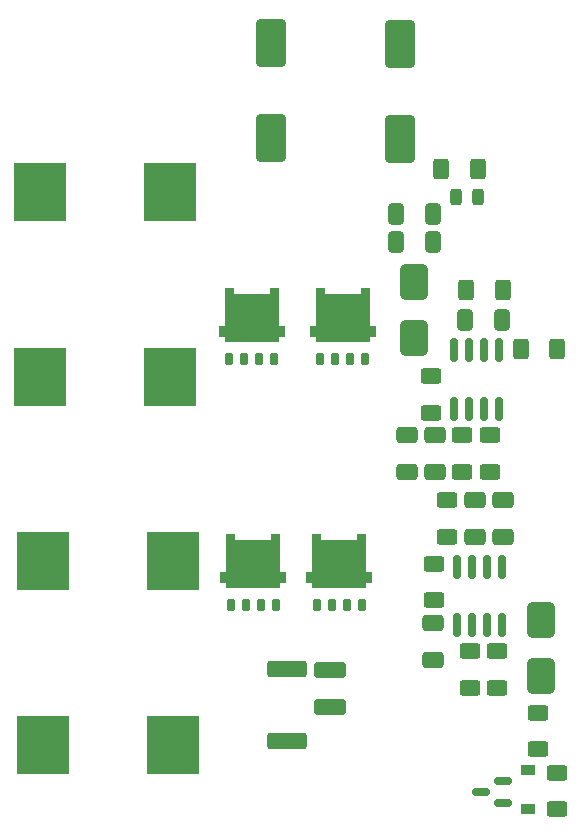
<source format=gbr>
%TF.GenerationSoftware,KiCad,Pcbnew,(6.0.1)*%
%TF.CreationDate,2022-01-20T11:55:35+01:00*%
%TF.ProjectId,BTS-MainBoard-Power,4254532d-4d61-4696-9e42-6f6172642d50,rev?*%
%TF.SameCoordinates,Original*%
%TF.FileFunction,Paste,Top*%
%TF.FilePolarity,Positive*%
%FSLAX46Y46*%
G04 Gerber Fmt 4.6, Leading zero omitted, Abs format (unit mm)*
G04 Created by KiCad (PCBNEW (6.0.1)) date 2022-01-20 11:55:35*
%MOMM*%
%LPD*%
G01*
G04 APERTURE LIST*
G04 Aperture macros list*
%AMRoundRect*
0 Rectangle with rounded corners*
0 $1 Rounding radius*
0 $2 $3 $4 $5 $6 $7 $8 $9 X,Y pos of 4 corners*
0 Add a 4 corners polygon primitive as box body*
4,1,4,$2,$3,$4,$5,$6,$7,$8,$9,$2,$3,0*
0 Add four circle primitives for the rounded corners*
1,1,$1+$1,$2,$3*
1,1,$1+$1,$4,$5*
1,1,$1+$1,$6,$7*
1,1,$1+$1,$8,$9*
0 Add four rect primitives between the rounded corners*
20,1,$1+$1,$2,$3,$4,$5,0*
20,1,$1+$1,$4,$5,$6,$7,0*
20,1,$1+$1,$6,$7,$8,$9,0*
20,1,$1+$1,$8,$9,$2,$3,0*%
%AMFreePoly0*
4,1,17,-0.697500,2.280000,2.502500,2.280000,2.502500,1.530000,2.027500,1.530000,2.027500,-1.530000,2.502500,-1.530000,2.502500,-2.280000,-0.697500,-2.280000,-0.697500,-2.775000,-1.602500,-2.775000,-1.602500,-2.280000,-2.027500,-2.280000,-2.027500,2.280000,-1.602500,2.280000,-1.602500,2.775000,-0.697500,2.775000,-0.697500,2.280000,-0.697500,2.280000,$1*%
G04 Aperture macros list end*
%ADD10R,4.500000X5.000000*%
%ADD11RoundRect,0.250000X0.625000X-0.400000X0.625000X0.400000X-0.625000X0.400000X-0.625000X-0.400000X0*%
%ADD12RoundRect,0.250000X0.650000X-0.412500X0.650000X0.412500X-0.650000X0.412500X-0.650000X-0.412500X0*%
%ADD13RoundRect,0.150000X-0.150000X0.825000X-0.150000X-0.825000X0.150000X-0.825000X0.150000X0.825000X0*%
%ADD14RoundRect,0.243750X-0.243750X-0.456250X0.243750X-0.456250X0.243750X0.456250X-0.243750X0.456250X0*%
%ADD15RoundRect,0.250000X0.400000X0.625000X-0.400000X0.625000X-0.400000X-0.625000X0.400000X-0.625000X0*%
%ADD16RoundRect,0.250000X-0.412500X-0.650000X0.412500X-0.650000X0.412500X0.650000X-0.412500X0.650000X0*%
%ADD17RoundRect,0.250000X-0.625000X0.400000X-0.625000X-0.400000X0.625000X-0.400000X0.625000X0.400000X0*%
%ADD18RoundRect,0.345000X-0.805000X1.155000X-0.805000X-1.155000X0.805000X-1.155000X0.805000X1.155000X0*%
%ADD19RoundRect,0.187500X0.187500X-0.312500X0.187500X0.312500X-0.187500X0.312500X-0.187500X-0.312500X0*%
%ADD20FreePoly0,90.000000*%
%ADD21RoundRect,0.250000X-0.650000X0.412500X-0.650000X-0.412500X0.650000X-0.412500X0.650000X0.412500X0*%
%ADD22RoundRect,0.250000X1.000000X-1.750000X1.000000X1.750000X-1.000000X1.750000X-1.000000X-1.750000X0*%
%ADD23RoundRect,0.250000X-0.400000X-0.625000X0.400000X-0.625000X0.400000X0.625000X-0.400000X0.625000X0*%
%ADD24RoundRect,0.150000X0.587500X0.150000X-0.587500X0.150000X-0.587500X-0.150000X0.587500X-0.150000X0*%
%ADD25RoundRect,0.250000X-1.100000X0.412500X-1.100000X-0.412500X1.100000X-0.412500X1.100000X0.412500X0*%
%ADD26RoundRect,0.249999X-1.425001X0.450001X-1.425001X-0.450001X1.425001X-0.450001X1.425001X0.450001X0*%
%ADD27RoundRect,0.150000X0.150000X-0.825000X0.150000X0.825000X-0.150000X0.825000X-0.150000X-0.825000X0*%
%ADD28R,1.200000X0.900000*%
G04 APERTURE END LIST*
D10*
%TO.C,L1*%
X152300000Y-77000000D03*
X141300000Y-77000000D03*
%TD*%
D11*
%TO.C,R11*%
X174600000Y-95950000D03*
X174600000Y-92850000D03*
%TD*%
D12*
%TO.C,C11*%
X178100000Y-90612500D03*
X178100000Y-87487500D03*
%TD*%
D13*
%TO.C,U2*%
X180355000Y-93125000D03*
X179085000Y-93125000D03*
X177815000Y-93125000D03*
X176545000Y-93125000D03*
X176545000Y-98075000D03*
X177815000Y-98075000D03*
X179085000Y-98075000D03*
X180355000Y-98075000D03*
%TD*%
D14*
%TO.C,D4*%
X176462500Y-61800000D03*
X178337500Y-61800000D03*
%TD*%
D15*
%TO.C,R5*%
X185050000Y-74700000D03*
X181950000Y-74700000D03*
%TD*%
D10*
%TO.C,L2*%
X152300000Y-61400000D03*
X141300000Y-61400000D03*
%TD*%
D16*
%TO.C,C7*%
X177275000Y-72200000D03*
X180400000Y-72200000D03*
%TD*%
D10*
%TO.C,L3*%
X152500000Y-92600000D03*
X141500000Y-92600000D03*
%TD*%
D17*
%TO.C,R12*%
X175700000Y-87450000D03*
X175700000Y-90550000D03*
%TD*%
%TO.C,R1*%
X174337500Y-76950000D03*
X174337500Y-80050000D03*
%TD*%
D18*
%TO.C,D2*%
X183700000Y-97600000D03*
X183700000Y-102350000D03*
%TD*%
D19*
%TO.C,Q2*%
X157295000Y-75547250D03*
X158565000Y-75547250D03*
X159835000Y-75547250D03*
X161105000Y-75547250D03*
D20*
X159200000Y-72055000D03*
%TD*%
D17*
%TO.C,R3*%
X183400000Y-105450000D03*
X183400000Y-108550000D03*
%TD*%
%TO.C,R2*%
X185000000Y-110550000D03*
X185000000Y-113650000D03*
%TD*%
D18*
%TO.C,D1*%
X172900000Y-69000000D03*
X172900000Y-73750000D03*
%TD*%
D10*
%TO.C,L4*%
X152500000Y-108200000D03*
X141500000Y-108200000D03*
%TD*%
D21*
%TO.C,C8*%
X174700833Y-81937500D03*
X174700833Y-85062500D03*
%TD*%
D17*
%TO.C,R9*%
X179337500Y-81950000D03*
X179337500Y-85050000D03*
%TD*%
D22*
%TO.C,C4*%
X160800000Y-56800000D03*
X160800000Y-48800000D03*
%TD*%
D19*
%TO.C,Q5*%
X164695000Y-96347250D03*
X165965000Y-96347250D03*
X167235000Y-96347250D03*
X168505000Y-96347250D03*
D20*
X166600000Y-92855000D03*
%TD*%
D23*
%TO.C,R13*%
X175250000Y-59400000D03*
X178350000Y-59400000D03*
%TD*%
D11*
%TO.C,R8*%
X177700000Y-103350000D03*
X177700000Y-100250000D03*
%TD*%
D23*
%TO.C,R4*%
X177350000Y-69700000D03*
X180450000Y-69700000D03*
%TD*%
D22*
%TO.C,C3*%
X171750000Y-56850000D03*
X171750000Y-48850000D03*
%TD*%
D16*
%TO.C,C1*%
X171387500Y-65650000D03*
X174512500Y-65650000D03*
%TD*%
D24*
%TO.C,Q1*%
X180437500Y-113150000D03*
X180437500Y-111250000D03*
X178562500Y-112200000D03*
%TD*%
D12*
%TO.C,C12*%
X180500000Y-90612500D03*
X180500000Y-87487500D03*
%TD*%
D25*
%TO.C,C10*%
X165800000Y-101837500D03*
X165800000Y-104962500D03*
%TD*%
D11*
%TO.C,R10*%
X177034166Y-85050000D03*
X177034166Y-81950000D03*
%TD*%
D12*
%TO.C,C9*%
X174550000Y-100962500D03*
X174550000Y-97837500D03*
%TD*%
D16*
%TO.C,C2*%
X171387500Y-63200000D03*
X174512500Y-63200000D03*
%TD*%
D19*
%TO.C,Q4*%
X164995000Y-75502250D03*
X166265000Y-75502250D03*
X167535000Y-75502250D03*
X168805000Y-75502250D03*
D20*
X166900000Y-72010000D03*
%TD*%
D26*
%TO.C,R6*%
X162200000Y-101750000D03*
X162200000Y-107850000D03*
%TD*%
D11*
%TO.C,R7*%
X180000000Y-103350000D03*
X180000000Y-100250000D03*
%TD*%
D19*
%TO.C,Q3*%
X157395000Y-96347250D03*
X158665000Y-96347250D03*
X159935000Y-96347250D03*
X161205000Y-96347250D03*
D20*
X159300000Y-92855000D03*
%TD*%
D27*
%TO.C,U1*%
X176332500Y-79725000D03*
X177602500Y-79725000D03*
X178872500Y-79725000D03*
X180142500Y-79725000D03*
X180142500Y-74775000D03*
X178872500Y-74775000D03*
X177602500Y-74775000D03*
X176332500Y-74775000D03*
%TD*%
D21*
%TO.C,C6*%
X172337500Y-81937500D03*
X172337500Y-85062500D03*
%TD*%
D28*
%TO.C,D3*%
X182600000Y-110350000D03*
X182600000Y-113650000D03*
%TD*%
M02*

</source>
